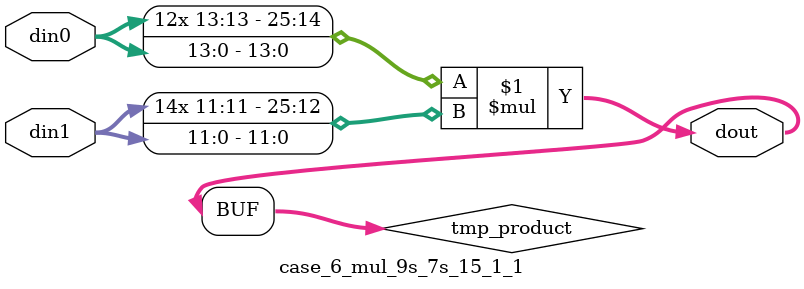
<source format=v>

`timescale 1 ns / 1 ps

 module case_6_mul_9s_7s_15_1_1(din0, din1, dout);
parameter ID = 1;
parameter NUM_STAGE = 0;
parameter din0_WIDTH = 14;
parameter din1_WIDTH = 12;
parameter dout_WIDTH = 26;

input [din0_WIDTH - 1 : 0] din0; 
input [din1_WIDTH - 1 : 0] din1; 
output [dout_WIDTH - 1 : 0] dout;

wire signed [dout_WIDTH - 1 : 0] tmp_product;



























assign tmp_product = $signed(din0) * $signed(din1);








assign dout = tmp_product;





















endmodule

</source>
